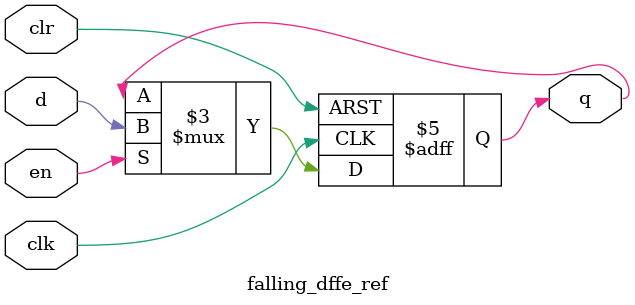
<source format=v>
module falling_dffe_ref (q, d, clk, en, clr);
   
   //Inputs
   input d, clk, en, clr;
   
   //Internal wire
   wire clr;

   //Output
   output q;
   
   //Register
   reg q;

   //Intialize q to 0
   initial
   begin
       q = 1'b0;
   end

   //Set value of q on negative edge of the clock or clear
   always @(negedge clk or posedge clr) begin
       //If clear is high, set q to 0
       if (clr) begin
           q <= 1'b0;
       //If enable is high, set q to the value of d
       end else if (en) begin
           q <= d;
       end
   end
endmodule
</source>
